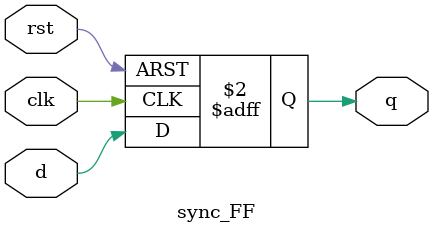
<source format=sv>
module sync_FF #(parameter w=1)(input logic clk, rst, input logic[w-1:0] d, output logic[w-1:0] q);
always_ff@(posedge clk or posedge rst) begin
if (rst) q <= {w{1'b0}};
else q<=d;
end
endmodule

</source>
